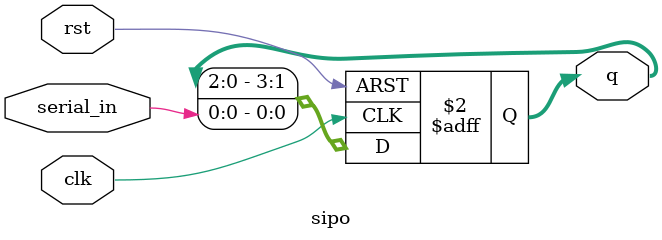
<source format=v>
`timescale 1ns / 1ps


module sipo #(parameter N=4)(
input clk,rst,
input serial_in,
output reg [N-1:0]q);
always@(posedge clk or posedge rst )begin
if(rst)
q<=0;
else
q={q[N-2:0],serial_in};
end
endmodule

</source>
